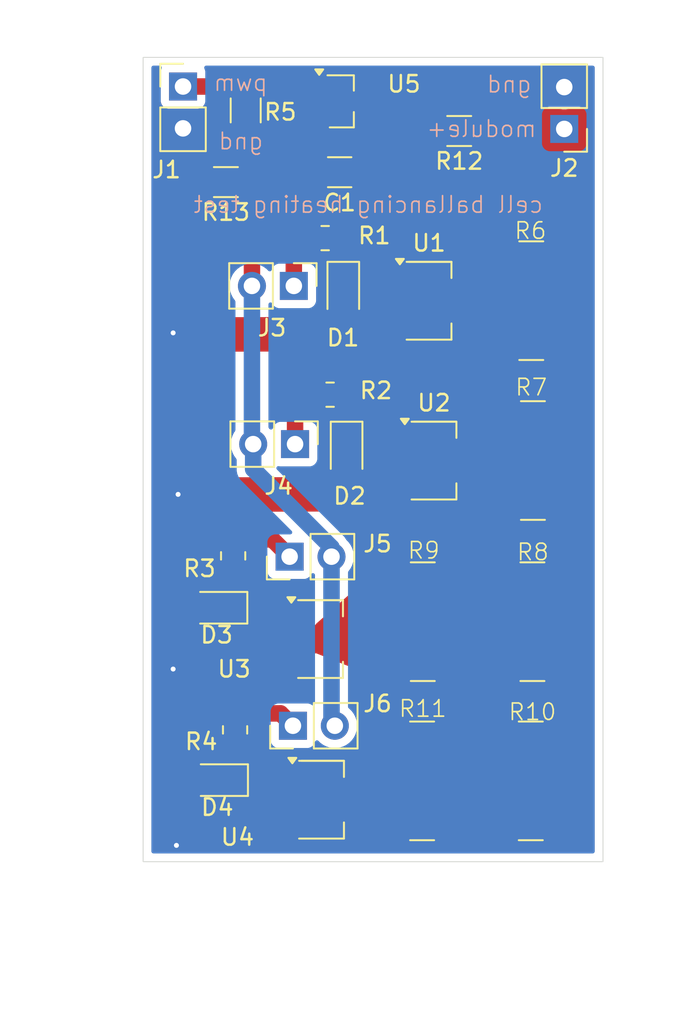
<source format=kicad_pcb>
(kicad_pcb (version 20241229) (generator "pcbnew") (generator_version "9.0")
  (layers (0 "F.Cu" signal) (2 "B.Cu" signal) (13 "F.Paste" user) (15 "B.Paste" user) (5 "F.SilkS" user "F.Silkscreen") (7 "B.SilkS" user "B.Silkscreen") (1 "F.Mask" user) (3 "B.Mask" user) (25 "Edge.Cuts" user))
  (net 0 "")
  (net 1 "GND")
  (net 2 "/PWM")
  (net 3 "/Rb")
  (net 4 "Net-(U5-D)")
  (net 5 "Net-(D1-K)")
  (net 6 "Net-(D2-K)")
  (net 7 "Net-(D3-K)")
  (net 8 "Net-(D4-K)")
  (net 9 "/cell+")
  (net 10 "Net-(J3-Pin_1)")
  (net 11 "Net-(J4-Pin_1)")
  (net 12 "Net-(J5-Pin_1)")
  (net 13 "Net-(J6-Pin_1)")
  (net 14 "Net-(U1-C)")
  (net 15 "Net-(U2-C)")
  (net 16 "Net-(R8-Pad1)")
  (net 17 "Net-(U3-C)")
  (net 18 "Net-(R10-Pad1)")
  (net 19 "Net-(U4-C)")
  (footprint "Resistor_SMD:R_1206_3216Metric_Pad1.30x1.75mm_HandSolder" (layer "F.Cu") (at 99.15 63.05 180)
    (property "Reference" "R12" (at 0 -1.830001 0) (layer "F.SilkS"))
    (property "Value" "100")
    (fp_line (start -0.727064 0.91) (end 0.727064 0.91) (stroke (width 0.12)) (layer "F.SilkS"))
    (fp_line (start -0.727064 -0.91) (end 0.727064 -0.91) (stroke (width 0.12)) (layer "F.SilkS"))
    (pad "1" smd roundrect (at -1.55 0 180) (size 1.3 1.75) (layers "F.Cu" "F.Mask" "F.Paste") (roundrect_rratio 0.192308) (net 9 "/cell+"))
    (pad "2" smd roundrect (at 1.55 0 180) (size 1.3 1.75) (layers "F.Cu" "F.Mask" "F.Paste") (roundrect_rratio 0.192308) (net 4 "Net-(U5-D)"))
  )
  (footprint "Resistor_SMD:R_1206_3216Metric_Pad1.30x1.75mm_HandSolder" (layer "F.Cu") (at 85 66.15 180)
    (property "Reference" "R13" (at 0 -1.830001 0) (layer "F.SilkS"))
    (property "Value" "100")
    (fp_line (start -0.727064 0.91) (end 0.727064 0.91) (stroke (width 0.12)) (layer "F.SilkS"))
    (fp_line (start -0.727064 -0.91) (end 0.727064 -0.91) (stroke (width 0.12)) (layer "F.SilkS"))
    (pad "1" smd roundrect (at -1.55 0 180) (size 1.3 1.75) (layers "F.Cu" "F.Mask" "F.Paste") (roundrect_rratio 0.192308) (net 3 "/Rb"))
    (pad "2" smd roundrect (at 1.55 0 180) (size 1.3 1.75) (layers "F.Cu" "F.Mask" "F.Paste") (roundrect_rratio 0.192308) (net 1 "GND"))
  )
  (footprint "Connector_PinHeader_2.54mm:PinHeader_1x02_P2.54mm_Vertical" (layer "F.Cu") (at 82.4 60.35)
    (property "Reference" "J1" (at -1 5.05 0) (layer "F.SilkS"))
    (property "Value" "pwm")
    (fp_line (start -1.38 -1.38) (end 0 -1.38) (stroke (width 0.12)) (layer "F.SilkS"))
    (fp_line (start -1.38 0) (end -1.38 -1.38) (stroke (width 0.12)) (layer "F.SilkS"))
    (fp_line (start -1.38 1.27) (end -1.38 3.92) (stroke (width 0.12)) (layer "F.SilkS"))
    (fp_line (start -1.38 1.27) (end 1.38 1.27) (stroke (width 0.12)) (layer "F.SilkS"))
    (fp_line (start -1.38 3.92) (end 1.38 3.92) (stroke (width 0.12)) (layer "F.SilkS"))
    (fp_line (start 1.38 1.27) (end 1.38 3.92) (stroke (width 0.12)) (layer "F.SilkS"))
    (pad "1" thru_hole rect (at 0 0) (size 1.7 1.7) (drill 1) (layers "*.Cu" "*.Mask") (net 2 "/PWM"))
    (pad "2" thru_hole circle (at 0 2.54) (size 1.7 1.7) (drill 1) (layers "*.Cu" "*.Mask") (net 1 "GND"))
  )
  (footprint "zzLocalLibraries-Footprints:imperial wide resistor R_ 3264" (layer "F.Cu") (at 103.54 87.025)
    (property "Reference" "R8" (at 0.079999 1.575 0) (layer "F.SilkS") (effects (font (thickness 0.1))))
    (property "Value" "20")
    (fp_line (start -0.677064 2.2) (end 0.777064 2.2) (stroke (width 0.12)) (layer "F.SilkS"))
    (fp_line (start -0.677064 9.4) (end 0.777064 9.4) (stroke (width 0.12)) (layer "F.SilkS"))
    (pad "1" smd roundrect (at -1.2 5.8) (size 1.6 6.8) (layers "F.Cu" "F.Mask" "F.Paste") (roundrect_rratio 0.192308) (net 16 "Net-(R8-Pad1)"))
    (pad "2" smd roundrect (at 1.3 5.8) (size 1.6 6.8) (layers "F.Cu" "F.Mask" "F.Paste") (roundrect_rratio 0.192308) (net 9 "/cell+"))
  )
  (footprint "Resistor_SMD:R_0805_2012Metric_Pad1.20x1.40mm_HandSolder" (layer "F.Cu") (at 85.557499 99.390002 90)
    (property "Reference" "R4" (at -0.709998 -2.057499 180) (layer "F.SilkS"))
    (property "Value" "226")
    (fp_line (start -0.227064 -0.735) (end 0.227064 -0.735) (stroke (width 0.12)) (layer "F.SilkS"))
    (fp_line (start -0.227064 0.735) (end 0.227064 0.735) (stroke (width 0.12)) (layer "F.SilkS"))
    (pad "1" smd roundrect (at -1.000001 0 90) (size 1.2 1.4) (layers "F.Cu" "F.Mask" "F.Paste") (roundrect_rratio 0.208333) (net 8 "Net-(D4-K)"))
    (pad "2" smd roundrect (at 1.000001 0 90) (size 1.2 1.4) (layers "F.Cu" "F.Mask" "F.Paste") (roundrect_rratio 0.208333) (net 13 "Net-(J6-Pin_1)"))
  )
  (footprint "zzLocalLibraries-Footprints:imperial wide resistor R_ 3264" (layer "F.Cu") (at 96.85 96.685)
    (property "Reference" "R11" (at 0.09 1.415 0) (layer "F.SilkS") (effects (font (thickness 0.1))))
    (property "Value" "16")
    (fp_line (start -0.677064 2.2) (end 0.777064 2.2) (stroke (width 0.12)) (layer "F.SilkS"))
    (fp_line (start -0.677064 9.4) (end 0.777064 9.4) (stroke (width 0.12)) (layer "F.SilkS"))
    (pad "1" smd roundrect (at -1.2 5.8) (size 1.6 6.8) (layers "F.Cu" "F.Mask" "F.Paste") (roundrect_rratio 0.192308) (net 19 "Net-(U4-C)"))
    (pad "2" smd roundrect (at 1.3 5.8) (size 1.6 6.8) (layers "F.Cu" "F.Mask" "F.Paste") (roundrect_rratio 0.192308) (net 18 "Net-(R10-Pad1)"))
  )
  (footprint "Resistor_SMD:R_1206_3216Metric_Pad1.30x1.75mm_HandSolder" (layer "F.Cu") (at 86.2 61.8 90)
    (property "Reference" "R5" (at -0.1 2.1 180) (layer "F.SilkS"))
    (property "Value" "4.99k")
    (fp_line (start -0.727064 -0.91) (end 0.727064 -0.91) (stroke (width 0.12)) (layer "F.SilkS"))
    (fp_line (start -0.727064 0.91) (end 0.727064 0.91) (stroke (width 0.12)) (layer "F.SilkS"))
    (pad "1" smd roundrect (at -1.55 0 90) (size 1.3 1.75) (layers "F.Cu" "F.Mask" "F.Paste") (roundrect_rratio 0.192308) (net 1 "GND"))
    (pad "2" smd roundrect (at 1.55 0 90) (size 1.3 1.75) (layers "F.Cu" "F.Mask" "F.Paste") (roundrect_rratio 0.192308) (net 2 "/PWM"))
  )
  (footprint "zzLocalLibraries-Footprints:imperial wide resistor R_ 3264" (layer "F.Cu") (at 103.47 67.545)
    (property "Reference" "R6" (at 0 1.555 0) (layer "F.SilkS") (effects (font (thickness 0.1))))
    (property "Value" "36")
    (fp_line (start -0.677063 2.2) (end 0.777065 2.199999) (stroke (width 0.12)) (layer "F.SilkS"))
    (fp_line (start -0.677063 9.400001) (end 0.777064 9.400001) (stroke (width 0.12)) (layer "F.SilkS"))
    (pad "1" smd roundrect (at -1.2 5.8) (size 1.6 6.8) (layers "F.Cu" "F.Mask" "F.Paste") (roundrect_rratio 0.192308) (net 14 "Net-(U1-C)"))
    (pad "2" smd roundrect (at 1.3 5.8) (size 1.6 6.8) (layers "F.Cu" "F.Mask" "F.Paste") (roundrect_rratio 0.192308) (net 9 "/cell+"))
  )
  (footprint "zzLocalLibraries-Footprints:imperial wide resistor R_ 3264" (layer "F.Cu") (at 103.569999 77.245)
    (property "Reference" "R7" (at -0.05 1.355 0) (layer "F.SilkS") (effects (font (thickness 0.1))))
    (property "Value" "20")
    (fp_line (start -0.677064 2.2) (end 0.777064 2.2) (stroke (width 0.12)) (layer "F.SilkS"))
    (fp_line (start -0.677064 9.4) (end 0.777064 9.4) (stroke (width 0.12)) (layer "F.SilkS"))
    (pad "1" smd roundrect (at -1.2 5.8) (size 1.6 6.8) (layers "F.Cu" "F.Mask" "F.Paste") (roundrect_rratio 0.192308) (net 15 "Net-(U2-C)"))
    (pad "2" smd roundrect (at 1.3 5.8) (size 1.6 6.8) (layers "F.Cu" "F.Mask" "F.Paste") (roundrect_rratio 0.192308) (net 9 "/cell+"))
  )
  (footprint "Capacitor_SMD:C_1206_3216Metric_Pad1.33x1.80mm_HandSolder" (layer "F.Cu") (at 91.9 65.55 180)
    (property "Reference" "C1" (at 0.000003 -1.850001 0) (layer "F.SilkS"))
    (property "Value" "100n")
    (fp_line (start -0.711251 -0.909999) (end 0.711252 -0.91) (stroke (width 0.12)) (layer "F.SilkS"))
    (fp_line (start -0.711252 0.91) (end 0.711251 0.909999) (stroke (width 0.12)) (layer "F.SilkS"))
    (pad "1" smd roundrect (at -1.562501 0 180) (size 1.325 1.8) (layers "F.Cu" "F.Mask" "F.Paste") (roundrect_rratio 0.188679) (net 4 "Net-(U5-D)"))
    (pad "2" smd roundrect (at 1.562501 0 180) (size 1.325 1.8) (layers "F.Cu" "F.Mask" "F.Paste") (roundrect_rratio 0.188679) (net 3 "/Rb"))
  )
  (footprint "Resistor_SMD:R_0805_2012Metric_Pad1.20x1.40mm_HandSolder" (layer "F.Cu") (at 85.44 88.83 90)
    (property "Reference" "R3" (at -0.77 -2.04 180) (layer "F.SilkS"))
    (property "Value" "226")
    (fp_line (start -0.227064 -0.735) (end 0.227064 -0.735) (stroke (width 0.12)) (layer "F.SilkS"))
    (fp_line (start -0.227064 0.735) (end 0.227064 0.735) (stroke (width 0.12)) (layer "F.SilkS"))
    (pad "1" smd roundrect (at -1.000001 0 90) (size 1.2 1.4) (layers "F.Cu" "F.Mask" "F.Paste") (roundrect_rratio 0.208333) (net 7 "Net-(D3-K)"))
    (pad "2" smd roundrect (at 1.000001 0 90) (size 1.2 1.4) (layers "F.Cu" "F.Mask" "F.Paste") (roundrect_rratio 0.208333) (net 12 "Net-(J5-Pin_1)"))
  )
  (footprint "Diode_SMD:D_0805_2012Metric_Pad1.15x1.40mm_HandSolder" (layer "F.Cu") (at 84.477499 102.440002 180)
    (property "Reference" "D4" (at 0 -1.65 0) (layer "F.SilkS"))
    (property "Value" "TS4148")
    (fp_line (start 0.999998 -0.959999) (end -1.860001 -0.959999) (stroke (width 0.12)) (layer "F.SilkS"))
    (fp_line (start -1.860001 -0.959999) (end -1.860002 0.960002) (stroke (width 0.12)) (layer "F.SilkS"))
    (fp_line (start -1.860002 0.960002) (end 1 0.960001) (stroke (width 0.12)) (layer "F.SilkS"))
    (pad "1" smd roundrect (at -1.025001 0 180) (size 1.15 1.4) (layers "F.Cu" "F.Mask" "F.Paste") (roundrect_rratio 0.217391) (net 8 "Net-(D4-K)"))
    (pad "2" smd roundrect (at 1.025001 0 180) (size 1.15 1.4) (layers "F.Cu" "F.Mask" "F.Paste") (roundrect_rratio 0.217391) (net 1 "GND"))
  )
  (footprint "Diode_SMD:D_0805_2012Metric_Pad1.15x1.40mm_HandSolder" (layer "F.Cu") (at 92.119999 72.85 -90)
    (property "Reference" "D1" (at 2.75 0.019999 180) (layer "F.SilkS"))
    (property "Value" "TS4148")
    (fp_line (start -1.860002 0.960002) (end 1 0.960001) (stroke (width 0.12)) (layer "F.SilkS"))
    (fp_line (start 0.999998 -0.959998) (end -1.860002 -0.96) (stroke (width 0.12)) (layer "F.SilkS"))
    (fp_line (start -1.860002 -0.96) (end -1.860002 0.960002) (stroke (width 0.12)) (layer "F.SilkS"))
    (pad "1" smd roundrect (at -1.025001 0 270) (size 1.15 1.4) (layers "F.Cu" "F.Mask" "F.Paste") (roundrect_rratio 0.217391) (net 5 "Net-(D1-K)"))
    (pad "2" smd roundrect (at 1.025001 0 270) (size 1.15 1.4) (layers "F.Cu" "F.Mask" "F.Paste") (roundrect_rratio 0.217391) (net 1 "GND"))
  )
  (footprint "Connector_PinHeader_2.54mm:PinHeader_1x02_P2.54mm_Vertical" (layer "F.Cu") (at 88.865001 88.88 90)
    (property "Reference" "J5" (at 0.78 5.334999 180) (layer "F.SilkS"))
    (property "Value" "~")
    (fp_line (start -1.38 -1.38) (end 0.000001 -1.380001) (stroke (width 0.12)) (layer "F.SilkS"))
    (fp_line (start -1.380001 -0.000001) (end -1.38 -1.38) (stroke (width 0.12)) (layer "F.SilkS"))
    (fp_line (start 1.38 1.27) (end 1.38 3.92) (stroke (width 0.12)) (layer "F.SilkS"))
    (fp_line (start -1.38 1.27) (end 1.38 1.27) (stroke (width 0.12)) (layer "F.SilkS"))
    (fp_line (start -1.38 1.27) (end -1.38 3.919999) (stroke (width 0.12)) (layer "F.SilkS"))
    (fp_line (start -1.38 3.919999) (end 1.38 3.92) (stroke (width 0.12)) (layer "F.SilkS"))
    (pad "1" thru_hole rect (at 0 0 90) (size 1.7 1.7) (drill 1) (layers "*.Cu" "*.Mask") (net 12 "Net-(J5-Pin_1)"))
    (pad "2" thru_hole circle (at 0 2.54 90) (size 1.7 1.7) (drill 1) (layers "*.Cu" "*.Mask") (net 3 "/Rb"))
  )
  (footprint "zzLocalLibraries-Footprints:imperial wide resistor R_ 3264" (layer "F.Cu") (at 103.44 96.685)
    (property "Reference" "R10" (at 0.15 1.615 0) (layer "F.SilkS") (effects (font (thickness 0.1))))
    (property "Value" "16")
    (fp_line (start -0.677064 2.2) (end 0.777064 2.2) (stroke (width 0.12)) (layer "F.SilkS"))
    (fp_line (start -0.677064 9.4) (end 0.777064 9.4) (stroke (width 0.12)) (layer "F.SilkS"))
    (pad "1" smd roundrect (at -1.2 5.8) (size 1.6 6.8) (layers "F.Cu" "F.Mask" "F.Paste") (roundrect_rratio 0.192308) (net 18 "Net-(R10-Pad1)"))
    (pad "2" smd roundrect (at 1.3 5.8) (size 1.6 6.8) (layers "F.Cu" "F.Mask" "F.Paste") (roundrect_rratio 0.192308) (net 9 "/cell+"))
  )
  (footprint "Package_TO_SOT_SMD:SOT-89-3_Handsoldering" (layer "F.Cu") (at 97.619999 83.05)
    (property "Reference" "U2" (at 0 -3.5 0) (layer "F.SilkS"))
    (property "Value" "2PD2150-QX")
    (fp_line (start -1.36 -2.36) (end 1.36 -2.36) (stroke (width 0.12)) (layer "F.SilkS"))
    (fp_line (start -1.22 -2.36) (end 1.36 -2.36) (stroke (width 0.12)) (layer "F.SilkS"))
    (fp_line (start 1.36 -1.38) (end 1.36 -2.36) (stroke (width 0.12)) (layer "F.SilkS"))
    (fp_line (start 1.36 1.38) (end 1.36 2.36) (stroke (width 0.12)) (layer "F.SilkS"))
    (fp_line (start 1.36 2.36) (end -1.36 2.36) (stroke (width 0.12)) (layer "F.SilkS"))
    (fp_poly (pts (xy -1.77 -2.21) (xy -2.01 -2.54) (xy -1.53 -2.54) (xy -1.77 -2.21)) (stroke (width 0.12)) (fill yes) (layer "F.SilkS"))
    (pad "1" smd roundrect (at -2.45 -1.5) (size 2.3 0.9) (layers "F.Cu" "F.Mask" "F.Paste") (net 6 "Net-(D2-K)"))
    (pad "2" smd custom (at -2.3625 0) (size 2.475 0.9) (layers "F.Cu" "F.Mask" "F.Paste") (net 15 "Net-(U2-C)") (options (clearance outline) (anchor rect)) (primitives (gr_poly (pts (xy 5.3625 0.8665) (xy 1.2375 0.8665) (xy 1.2375 -0.8665) (xy 5.3625 -0.8665)) (width 0) (fill yes))))
    (pad "3" smd roundrect (at -2.45 1.5) (size 2.3 0.9) (layers "F.Cu" "F.Mask" "F.Paste") (net 1 "GND"))
  )
  (footprint "Diode_SMD:D_0805_2012Metric_Pad1.15x1.40mm_HandSolder" (layer "F.Cu") (at 84.44 91.98 180)
    (property "Reference" "D3" (at 0 -1.65 0) (layer "F.SilkS"))
    (property "Value" "TS4148")
    (fp_line (start 0.999998 -0.959999) (end -1.860001 -0.959999) (stroke (width 0.12)) (layer "F.SilkS"))
    (fp_line (start -1.860001 -0.959999) (end -1.860002 0.960002) (stroke (width 0.12)) (layer "F.SilkS"))
    (fp_line (start -1.860002 0.960002) (end 1 0.960001) (stroke (width 0.12)) (layer "F.SilkS"))
    (pad "1" smd roundrect (at -1.025001 0 180) (size 1.15 1.4) (layers "F.Cu" "F.Mask" "F.Paste") (roundrect_rratio 0.217391) (net 7 "Net-(D3-K)"))
    (pad "2" smd roundrect (at 1.025001 0 180) (size 1.15 1.4) (layers "F.Cu" "F.Mask" "F.Paste") (roundrect_rratio 0.217391) (net 1 "GND"))
  )
  (footprint "Connector_PinHeader_2.54mm:PinHeader_1x02_P2.54mm_Vertical" (layer "F.Cu") (at 105.52 62.925 180)
    (property "Reference" "J2" (at 0 -2.38 0) (layer "F.SilkS"))
    (property "Value" "cell")
    (fp_line (start 1.38 1.27) (end 1.38 3.92) (stroke (width 0.12)) (layer "F.SilkS"))
    (fp_line (start -1.379999 3.919999) (end 1.38 3.92) (stroke (width 0.12)) (layer "F.SilkS"))
    (fp_line (start -1.38 1.27) (end 1.38 1.27) (stroke (width 0.12)) (layer "F.SilkS"))
    (fp_line (start -1.38 1.27) (end -1.379999 3.919999) (stroke (width 0.12)) (layer "F.SilkS"))
    (fp_line (start -1.38 -1.38) (end -0.000001 -1.380002) (stroke (width 0.12)) (layer "F.SilkS"))
    (fp_line (start -1.380002 0.000001) (end -1.38 -1.38) (stroke (width 0.12)) (layer "F.SilkS"))
    (pad "1" thru_hole rect (at 0 0 180) (size 1.7 1.7) (drill 1) (layers "*.Cu" "*.Mask") (net 9 "/cell+"))
    (pad "2" thru_hole circle (at 0 2.54 180) (size 1.7 1.7) (drill 1) (layers "*.Cu" "*.Mask") (net 1 "GND"))
  )
  (footprint "Package_TO_SOT_SMD:SOT-89-3_Handsoldering" (layer "F.Cu") (at 97.319999 73.35)
    (property "Reference" "U1" (at -0.000002 -3.499999 0) (layer "F.SilkS"))
    (property "Value" "2PD2150-QX")
    (fp_line (start -1.36 -2.36) (end 1.36 -2.36) (stroke (width 0.12)) (layer "F.SilkS"))
    (fp_line (start -1.22 -2.36) (end 1.36 -2.36) (stroke (width 0.12)) (layer "F.SilkS"))
    (fp_line (start 1.36 -1.38) (end 1.36 -2.36) (stroke (width 0.12)) (layer "F.SilkS"))
    (fp_line (start 1.36 1.38) (end 1.36 2.36) (stroke (width 0.12)) (layer "F.SilkS"))
    (fp_line (start 1.36 2.36) (end -1.36 2.36) (stroke (width 0.12)) (layer "F.SilkS"))
    (fp_poly (pts (xy -1.769999 -2.21) (xy -2.010001 -2.540001) (xy -1.530002 -2.540002) (xy -1.769999 -2.21)) (stroke (width 0.12)) (fill yes) (layer "F.SilkS"))
    (pad "1" smd roundrect (at -2.449999 -1.500001) (size 2.3 0.9) (layers "F.Cu" "F.Mask" "F.Paste") (net 5 "Net-(D1-K)"))
    (pad "2" smd custom (at -2.362498 0) (size 2.475 0.9) (layers "F.Cu" "F.Mask" "F.Paste") (net 14 "Net-(U1-C)") (options (clearance outline) (anchor rect)) (primitives (gr_poly (pts (xy 5.3625 0.8665) (xy 1.2375 0.8665) (xy 1.2375 -0.8665) (xy 5.3625 -0.8665)) (width 0) (fill yes))))
    (pad "3" smd roundrect (at -2.449998 1.499999) (size 2.3 0.9) (layers "F.Cu" "F.Mask" "F.Paste") (net 1 "GND"))
  )
  (footprint "Package_TO_SOT_SMD:SOT-89-3_Handsoldering" (layer "F.Cu") (at 90.74 93.88)
    (property "Reference" "U3" (at -5.24 1.82 0) (layer "F.SilkS"))
    (property "Value" "2PD2150-QX")
    (fp_line (start -1.36 -2.36) (end 1.36 -2.36) (stroke (width 0.12)) (layer "F.SilkS"))
    (fp_line (start -1.22 -2.36) (end 1.36 -2.36) (stroke (width 0.12)) (layer "F.SilkS"))
    (fp_line (start 1.36 -1.38) (end 1.36 -2.36) (stroke (width 0.12)) (layer "F.SilkS"))
    (fp_line (start 1.36 1.38) (end 1.36 2.36) (stroke (width 0.12)) (layer "F.SilkS"))
    (fp_line (start 1.36 2.36) (end -1.36 2.36) (stroke (width 0.12)) (layer "F.SilkS"))
    (fp_poly (pts (xy -1.769999 -2.21) (xy -2.010001 -2.540001) (xy -1.530002 -2.540002) (xy -1.769999 -2.21)) (stroke (width 0.12)) (fill yes) (layer "F.SilkS"))
    (pad "1" smd roundrect (at -2.449999 -1.500001) (size 2.3 0.9) (layers "F.Cu" "F.Mask" "F.Paste") (net 7 "Net-(D3-K)"))
    (pad "2" smd custom (at -2.362498 0) (size 2.475 0.9) (layers "F.Cu" "F.Mask" "F.Paste") (net 17 "Net-(U3-C)") (options (clearance outline) (anchor rect)) (primitives (gr_poly (pts (xy 5.3625 0.8665) (xy 1.2375 0.8665) (xy 1.2375 -0.8665) (xy 5.3625 -0.8665)) (width 0) (fill yes))))
    (pad "3" smd roundrect (at -2.449998 1.499999) (size 2.3 0.9) (layers "F.Cu" "F.Mask" "F.Paste") (net 1 "GND"))
  )
  (footprint "zzLocalLibraries-Footprints:imperial wide resistor R_ 3264" (layer "F.Cu") (at 96.890001 87.025)
    (property "Reference" "R9" (at 0.109999 1.475 0) (layer "F.SilkS") (effects (font (thickness 0.1))))
    (property "Value" "20")
    (fp_line (start -0.677063 2.2) (end 0.777065 2.199999) (stroke (width 0.12)) (layer "F.SilkS"))
    (fp_line (start -0.677063 9.400001) (end 0.777064 9.400001) (stroke (width 0.12)) (layer "F.SilkS"))
    (pad "1" smd roundrect (at -1.2 5.8) (size 1.6 6.8) (layers "F.Cu" "F.Mask" "F.Paste") (roundrect_rratio 0.192308) (net 17 "Net-(U3-C)"))
    (pad "2" smd roundrect (at 1.3 5.8) (size 1.6 6.8) (layers "F.Cu" "F.Mask" "F.Paste") (roundrect_rratio 0.192308) (net 16 "Net-(R8-Pad1)"))
  )
  (footprint "Resistor_SMD:R_0805_2012Metric_Pad1.20x1.40mm_HandSolder" (layer "F.Cu") (at 91.319999 79.05 180)
    (property "Reference" "R2" (at -2.780001 0.25 0) (layer "F.SilkS"))
    (property "Value" "226")
    (fp_line (start -0.227064 0.735) (end 0.227064 0.735) (stroke (width 0.12)) (layer "F.SilkS"))
    (fp_line (start -0.227064 -0.735) (end 0.227064 -0.735) (stroke (width 0.12)) (layer "F.SilkS"))
    (pad "1" smd roundrect (at -1.000001 0 180) (size 1.2 1.4) (layers "F.Cu" "F.Mask" "F.Paste") (roundrect_rratio 0.208333) (net 6 "Net-(D2-K)"))
    (pad "2" smd roundrect (at 1.000001 0 180) (size 1.2 1.4) (layers "F.Cu" "F.Mask" "F.Paste") (roundrect_rratio 0.208333) (net 11 "Net-(J4-Pin_1)"))
  )
  (footprint "Connector_PinHeader_2.54mm:PinHeader_1x02_P2.54mm_Vertical" (layer "F.Cu") (at 89.065 99.140001 90)
    (property "Reference" "J6" (at 1.340001 5.135 180) (layer "F.SilkS"))
    (property "Value" "~")
    (fp_line (start -1.38 -1.38) (end 0.000001 -1.380001) (stroke (width 0.12)) (layer "F.SilkS"))
    (fp_line (start -1.380001 -0.000001) (end -1.38 -1.38) (stroke (width 0.12)) (layer "F.SilkS"))
    (fp_line (start 1.38 1.27) (end 1.38 3.92) (stroke (width 0.12)) (layer "F.SilkS"))
    (fp_line (start -1.38 1.27) (end 1.38 1.27) (stroke (width 0.12)) (layer "F.SilkS"))
    (fp_line (start -1.38 1.27) (end -1.38 3.919999) (stroke (width 0.12)) (layer "F.SilkS"))
    (fp_line (start -1.38 3.919999) (end 1.38 3.92) (stroke (width 0.12)) (layer "F.SilkS"))
    (pad "1" thru_hole rect (at 0 0 90) (size 1.7 1.7) (drill 1) (layers "*.Cu" "*.Mask") (net 13 "Net-(J6-Pin_1)"))
    (pad "2" thru_hole circle (at 0 2.54 90) (size 1.7 1.7) (drill 1) (layers "*.Cu" "*.Mask") (net 3 "/Rb"))
  )
  (footprint "Package_TO_SOT_SMD:SOT-89-3_Handsoldering" (layer "F.Cu") (at 90.799999 103.627501)
    (property "Reference" "U4" (at -5.099999 2.272499 0) (layer "F.SilkS"))
    (property "Value" "2PD2150-QX")
    (fp_line (start -1.36 -2.36) (end 1.36 -2.36) (stroke (width 0.12)) (layer "F.SilkS"))
    (fp_line (start -1.22 -2.36) (end 1.36 -2.36) (stroke (width 0.12)) (layer "F.SilkS"))
    (fp_line (start 1.36 -1.38) (end 1.36 -2.36) (stroke (width 0.12)) (layer "F.SilkS"))
    (fp_line (start 1.36 1.38) (end 1.36 2.36) (stroke (width 0.12)) (layer "F.SilkS"))
    (fp_line (start 1.36 2.36) (end -1.36 2.36) (stroke (width 0.12)) (layer "F.SilkS"))
    (fp_poly (pts (xy -1.77 -2.21) (xy -2.01 -2.54) (xy -1.53 -2.54) (xy -1.77 -2.21)) (stroke (width 0.12)) (fill yes) (layer "F.SilkS"))
    (pad "1" smd roundrect (at -2.45 -1.5) (size 2.3 0.9) (layers "F.Cu" "F.Mask" "F.Paste") (net 8 "Net-(D4-K)"))
    (pad "2" smd custom (at -2.3625 0) (size 2.475 0.9) (layers "F.Cu" "F.Mask" "F.Paste") (net 19 "Net-(U4-C)") (options (clearance outline) (anchor rect)) (primitives (gr_poly (pts (xy 5.3625 0.8665) (xy 1.2375 0.8665) (xy 1.2375 -0.8665) (xy 5.3625 -0.8665)) (width 0) (fill yes))))
    (pad "3" smd roundrect (at -2.45 1.5) (size 2.3 0.9) (layers "F.Cu" "F.Mask" "F.Paste") (net 1 "GND"))
  )
  (footprint "Connector_PinHeader_2.54mm:PinHeader_1x02_P2.54mm_Vertical" (layer "F.Cu") (at 89.119999 72.45 -90)
    (property "Reference" "J3" (at 2.55 1.319999 180) (layer "F.SilkS"))
    (property "Value" "~")
    (fp_line (start -1.379999 3.92) (end 1.38 3.92) (stroke (width 0.12)) (layer "F.SilkS"))
    (fp_line (start -1.38 1.27) (end -1.379999 3.92) (stroke (width 0.12)) (layer "F.SilkS"))
    (fp_line (start -1.38 1.27) (end 1.38 1.27) (stroke (width 0.12)) (layer "F.SilkS"))
    (fp_line (start 1.38 1.27) (end 1.38 3.92) (stroke (width 0.12)) (layer "F.SilkS"))
    (fp_line (start -1.380002 0.000001) (end -1.38 -1.38) (stroke (width 0.12)) (layer "F.SilkS"))
    (fp_line (start -1.38 -1.38) (end -0.000001 -1.380002) (stroke (width 0.12)) (layer "F.SilkS"))
    (pad "1" thru_hole rect (at 0 0 270) (size 1.7 1.7) (drill 1) (layers "*.Cu" "*.Mask") (net 10 "Net-(J3-Pin_1)"))
    (pad "2" thru_hole circle (at 0 2.54 270) (size 1.7 1.7) (drill 1) (layers "*.Cu" "*.Mask") (net 3 "/Rb"))
  )
  (footprint "Package_TO_SOT_SMD:SOT-23_Handsoldering" (layer "F.Cu") (at 92 61.25)
    (property "Reference" "U5" (at 3.8 -1.05 0) (layer "F.SilkS"))
    (property "Value" "DMN62D0U")
    (fp_line (start -0.04 -1.58) (end -0.84 -1.58) (stroke (width 0.12)) (layer "F.SilkS"))
    (fp_line (start -0.04 -1.58) (end 0.760001 -1.579999) (stroke (width 0.12)) (layer "F.SilkS"))
    (fp_line (start 0.76 1.58) (end -0.7 1.58) (stroke (width 0.12)) (layer "F.SilkS"))
    (fp_line (start 0.76 1.58) (end 0.760002 0.650001) (stroke (width 0.12)) (layer "F.SilkS"))
    (fp_line (start 0.760001 -1.579999) (end 0.759999 -0.649998) (stroke (width 0.12)) (layer "F.SilkS"))
    (fp_poly (pts (xy -1.34 -1.61) (xy -1.58 -1.94) (xy -1.099998 -1.940001) (xy -1.34 -1.61)) (stroke (width 0.12)) (fill yes) (layer "F.SilkS"))
    (pad "1" smd roundrect (at -1.5 -0.95) (size 1.9 0.8) (layers "F.Cu" "F.Mask" "F.Paste") (net 2 "/PWM"))
    (pad "2" smd roundrect (at -1.5 0.949998) (size 1.9 0.8) (layers "F.Cu" "F.Mask" "F.Paste") (net 3 "/Rb"))
    (pad "3" smd roundrect (at 1.5 0) (size 1.9 0.8) (layers "F.Cu" "F.Mask" "F.Paste") (net 4 "Net-(U5-D)"))
  )
  (footprint "Resistor_SMD:R_0805_2012Metric_Pad1.20x1.40mm_HandSolder" (layer "F.Cu") (at 91.019999 69.55 180)
    (property "Reference" "R1" (at -2.980001 0.15 0) (layer "F.SilkS"))
    (property "Value" "226")
    (fp_line (start -0.227064 0.735) (end 0.227064 0.735) (stroke (width 0.12)) (layer "F.SilkS"))
    (fp_line (start -0.227064 -0.735) (end 0.227064 -0.735) (stroke (width 0.12)) (layer "F.SilkS"))
    (pad "1" smd roundrect (at -1.000001 0 180) (size 1.2 1.4) (layers "F.Cu" "F.Mask" "F.Paste") (roundrect_rratio 0.208333) (net 5 "Net-(D1-K)"))
    (pad "2" smd roundrect (at 1.000001 0 180) (size 1.2 1.4) (layers "F.Cu" "F.Mask" "F.Paste") (roundrect_rratio 0.208333) (net 10 "Net-(J3-Pin_1)"))
  )
  (footprint "Connector_PinHeader_2.54mm:PinHeader_1x02_P2.54mm_Vertical" (layer "F.Cu") (at 89.194999 82.05 -90)
    (property "Reference" "J4" (at 2.55 0.994999 180) (layer "F.SilkS"))
    (property "Value" "~")
    (fp_line (start -1.379999 3.92) (end 1.38 3.92) (stroke (width 0.12)) (layer "F.SilkS"))
    (fp_line (start -1.38 1.27) (end -1.379999 3.92) (stroke (width 0.12)) (layer "F.SilkS"))
    (fp_line (start -1.38 1.27) (end 1.38 1.27) (stroke (width 0.12)) (layer "F.SilkS"))
    (fp_line (start 1.38 1.27) (end 1.38 3.92) (stroke (width 0.12)) (layer "F.SilkS"))
    (fp_line (start -1.380002 0.000001) (end -1.38 -1.38) (stroke (width 0.12)) (layer "F.SilkS"))
    (fp_line (start -1.38 -1.38) (end -0.000001 -1.380002) (stroke (width 0.12)) (layer "F.SilkS"))
    (pad "1" thru_hole rect (at 0 0 270) (size 1.7 1.7) (drill 1) (layers "*.Cu" "*.Mask") (net 11 "Net-(J4-Pin_1)"))
    (pad "2" thru_hole circle (at 0 2.54 270) (size 1.7 1.7) (drill 1) (layers "*.Cu" "*.Mask") (net 3 "/Rb"))
  )
  (footprint "Diode_SMD:D_0805_2012Metric_Pad1.15x1.40mm_HandSolder" (layer "F.Cu") (at 92.319999 82.55 -90)
    (property "Reference" "D2" (at 2.65 -0.180001 180) (layer "F.SilkS"))
    (property "Value" "TS4148")
    (fp_line (start -1.860002 0.960002) (end 1 0.960001) (stroke (width 0.12)) (layer "F.SilkS"))
    (fp_line (start 0.999998 -0.959998) (end -1.860002 -0.96) (stroke (width 0.12)) (layer "F.SilkS"))
    (fp_line (start -1.860002 -0.96) (end -1.860002 0.960002) (stroke (width 0.12)) (layer "F.SilkS"))
    (pad "1" smd roundrect (at -1.025001 0 270) (size 1.15 1.4) (layers "F.Cu" "F.Mask" "F.Paste") (roundrect_rratio 0.217391) (net 6 "Net-(D2-K)"))
    (pad "2" smd roundrect (at 1.025001 0 270) (size 1.15 1.4) (layers "F.Cu" "F.Mask" "F.Paste") (roundrect_rratio 0.217391) (net 1 "GND"))
  )
  (gr_rect (start 79.98 58.58) (end 107.87 107.39) (stroke (width 0.05)) (fill no) (layer "Edge.Cuts"))
  (gr_text "gnd" (at 103.6 60.8 0) (layer "B.SilkS") (effects (font (size 1 1) (thickness 0.1)) (justify left bottom mirror)))
  (gr_text "gnd" (at 87.33 64.25 0) (layer "B.SilkS") (effects (font (size 1 1) (thickness 0.1)) (justify left bottom mirror)))
  (gr_text "pwm" (at 87.6 60.7 0) (layer "B.SilkS") (effects (font (size 1 1) (thickness 0.1)) (justify left bottom mirror)))
  (gr_text "module+" (at 103.9 63.5 0) (layer "B.SilkS") (effects (font (size 1 1) (thickness 0.1)) (justify left bottom mirror)))
  (gr_text "cell ballancing heating test" (at 104.3 68.1 0) (layer "B.SilkS") (effects (font (size 1 1) (thickness 0.1)) (justify left bottom mirror)))
  (segment (start 92.519999 84.55) (end 95.169999 84.55) (width 1) (layer "F.Cu") (net 1))
  (segment (start 93.22 74.849999) (end 94.870001 74.849999) (width 1) (layer "F.Cu") (net 1))
  (segment (start 92.919999 75.15) (end 93.22 74.849999) (width 1) (layer "F.Cu") (net 1))
  (segment (start 92.119999 75.15) (end 92.919999 75.15) (width 1) (layer "F.Cu") (net 1))
  (segment (start 92.119999 73.875001) (end 92.119999 75.15) (width 1) (layer "F.Cu") (net 1))
  (segment (start 92.319999 83.575001) (end 92.319999 84.35) (width 1) (layer "F.Cu") (net 1))
  (segment (start 92.319999 84.35) (end 92.519999 84.55) (width 1) (layer "F.Cu") (net 1))
  (via (at 81.8 95.7) (size 0.6) (drill 0.3) (layers "F.Cu" "B.Cu") (net 1))
  (via (at 82.1 85.1) (size 0.6) (drill 0.3) (layers "F.Cu" "B.Cu") (net 1))
  (via (at 81.8 75.3) (size 0.6) (drill 0.3) (layers "F.Cu" "B.Cu") (net 1))
  (via (at 82 106.4) (size 0.6) (drill 0.3) (layers "F.Cu" "B.Cu") (net 1))
  (segment (start 86.1 60.35) (end 86.2 60.25) (width 1) (layer "F.Cu") (net 2))
  (segment (start 90.45 60.25) (end 90.5 60.3) (width 1) (layer "F.Cu") (net 2))
  (segment (start 82.4 60.35) (end 86.1 60.35) (width 1) (layer "F.Cu") (net 2))
  (segment (start 86.2 60.25) (end 90.45 60.25) (width 1) (layer "F.Cu") (net 2))
  (segment (start 90.337499 65.55) (end 90.337499 62.362499) (width 1) (layer "F.Cu") (net 3))
  (segment (start 86.55 66.15) (end 87.15 65.55) (width 1) (layer "F.Cu") (net 3))
  (segment (start 86.579999 66.179999) (end 86.55 66.15) (width 1) (layer "F.Cu") (net 3))
  (segment (start 87.15 65.55) (end 90.337499 65.55) (width 1) (layer "F.Cu") (net 3))
  (segment (start 90.337499 62.362499) (end 90.5 62.199998) (width 1) (layer "F.Cu") (net 3))
  (segment (start 86.579999 72.45) (end 86.579999 66.179999) (width 1) (layer "F.Cu") (net 3))
  (segment (start 86.579999 72.45) (end 86.579999 81.975) (width 1) (layer "B.Cu") (net 3))
  (segment (start 91.405001 88.88) (end 91.405001 98.940002) (width 1) (layer "B.Cu") (net 3))
  (segment (start 86.654999 82.05) (end 86.654999 83.567998) (width 1) (layer "B.Cu") (net 3))
  (segment (start 91.405001 88.318) (end 91.405001 88.88) (width 1) (layer "B.Cu") (net 3))
  (segment (start 86.654999 83.567998) (end 91.405001 88.318) (width 1) (layer "B.Cu") (net 3))
  (segment (start 91.405001 98.940002) (end 91.605 99.140001) (width 1) (layer "B.Cu") (net 3))
  (segment (start 86.579999 81.975) (end 86.654999 82.05) (width 1) (layer "B.Cu") (net 3))
  (segment (start 93.5 61.25) (end 93.5 63.05) (width 1) (layer "F.Cu") (net 4))
  (segment (start 93.5 61.25) (end 93.5 65.512501) (width 1) (layer "F.Cu") (net 4))
  (segment (start 93.5 65.512501) (end 93.462501 65.55) (width 1) (layer "F.Cu") (net 4))
  (segment (start 93.5 63.05) (end 97.6 63.05) (width 1) (layer "F.Cu") (net 4))
  (segment (start 92.02 69.55) (end 92.02 71.725) (width 1) (layer "F.Cu") (net 5))
  (segment (start 92.02 71.725) (end 92.119999 71.824999) (width 1) (layer "F.Cu") (net 5))
  (segment (start 94.845 71.824999) (end 94.87 71.849999) (width 1) (layer "F.Cu") (net 5))
  (segment (start 92.119999 71.824999) (end 94.845 71.824999) (width 1) (layer "F.Cu") (net 5))
  (segment (start 95.144998 81.524999) (end 95.169999 81.55) (width 1) (layer "F.Cu") (net 6))
  (segment (start 92.319999 81.524999) (end 95.144998 81.524999) (width 1) (layer "F.Cu") (net 6))
  (segment (start 92.32 79.05) (end 92.319999 81.524999) (width 1) (layer "F.Cu") (net 6))
  (segment (start 87.890002 91.98) (end 88.290001 92.379999) (width 1) (layer "F.Cu") (net 7))
  (segment (start 85.465001 91.98) (end 85.465001 89.855002) (width 1) (layer "F.Cu") (net 7))
  (segment (start 85.465001 89.855002) (end 85.44 89.830001) (width 1) (layer "F.Cu") (net 7))
  (segment (start 85.465001 91.98) (end 87.890002 91.98) (width 1) (layer "F.Cu") (net 7))
  (segment (start 85.5025 100.445002) (end 85.557499 100.390003) (width 1) (layer "F.Cu") (net 8))
  (segment (start 85.815001 102.127501) (end 85.5025 102.440002) (width 1) (layer "F.Cu") (net 8))
  (segment (start 88.349999 102.127501) (end 85.815001 102.127501) (width 1) (layer "F.Cu") (net 8))
  (segment (start 85.5025 102.440002) (end 85.5025 100.445002) (width 1) (layer "F.Cu") (net 8))
  (segment (start 105.395 63.05) (end 105.52 62.925) (width 1) (layer "F.Cu") (net 9))
  (segment (start 100.7 63.05) (end 105.395 63.05) (width 1) (layer "F.Cu") (net 9))
  (segment (start 89.119999 70.449999) (end 90.019998 69.55) (width 1) (layer "F.Cu") (net 10))
  (segment (start 89.119999 72.45) (end 89.119999 70.449999) (width 1) (layer "F.Cu") (net 10))
  (segment (start 89.194999 82.05) (end 89.194999 80.174999) (width 1) (layer "F.Cu") (net 11))
  (segment (start 89.194999 80.174999) (end 90.319998 79.05) (width 1) (layer "F.Cu") (net 11))
  (segment (start 85.44 87.829999) (end 87.815 87.829999) (width 1) (layer "F.Cu") (net 12))
  (segment (start 87.815 87.829999) (end 88.865001 88.88) (width 1) (layer "F.Cu") (net 12))
  (segment (start 88.315 98.390001) (end 89.065 99.140001) (width 1) (layer "F.Cu") (net 13))
  (segment (start 85.557499 98.390001) (end 88.315 98.390001) (width 1) (layer "F.Cu") (net 13))
  (zone (net 1) (net_name "GND") (layer "F.Cu") (connect_pads yes (clearance 0.5)) (min_thickness 0.25) (fill yes (thermal_gap 0.5) (thermal_bridge_width 0.5))
    (polygon (pts (xy 84.2 61.145) (xy 84.2 109.945) (xy 80.615969 109.945) (xy 80.66 61.145)))
  )
  (zone (net 1) (net_name "GND") (layer "F.Cu") (connect_pads yes (clearance 0.5)) (min_thickness 0.25) (fill yes (thermal_gap 0.5) (thermal_bridge_width 0.5))
    (polygon (pts (xy 89.734978 94.703896) (xy 89.734978 96.782487) (xy 81.384978 96.804232) (xy 81.384978 94.714281)))
  )
  (zone (net 1) (net_name "GND") (layer "F.Cu") (connect_pads yes (clearance 0.5)) (min_thickness 0.25) (fill yes (thermal_gap 0.5) (thermal_bridge_width 0.5))
    (polygon (pts (xy 96.418218 84.048237) (xy 96.418218 86.126828) (xy 82.018218 86.164328) (xy 82.018218 84.066148)))
  )
  (zone (net 14) (net_name "Net-(U1-C)") (layer "F.Cu") (priority 1) (connect_pads yes (clearance 0.5)) (min_thickness 0.25) (fill yes (thermal_gap 0.5) (thermal_bridge_width 0.5))
    (polygon (pts (xy 101.519999 69.95) (xy 96.919999 72.55) (xy 96.919999 74.15) (xy 101.519999 76.75) (xy 102.519999 76.75) (xy 102.519999 69.95)))
  )
  (zone (net 1) (net_name "GND") (layer "F.Cu") (connect_pads yes (clearance 0.5)) (min_thickness 0.25) (fill yes (thermal_gap 0.5) (thermal_bridge_width 0.5))
    (polygon (pts (xy 87.719976 62.162242) (xy 87.719976 64.240833) (xy 80.869976 64.258671) (xy 80.869976 62.170763)))
  )
  (zone (net 1) (net_name "GND") (layer "F.Cu") (connect_pads yes (clearance 0.5)) (min_thickness 0.25) (fill yes (thermal_gap 0.5) (thermal_bridge_width 0.5))
    (polygon (pts (xy 96.119999 74.332089) (xy 96.119999 76.41068) (xy 81.719999 76.44818) (xy 81.719999 74.35)))
  )
  (zone (net 9) (net_name "/cell+") (layer "F.Cu") (connect_pads yes (clearance 0.5)) (min_thickness 0.25) (fill yes (thermal_gap 0.5) (thermal_bridge_width 0.5))
    (polygon (pts (xy 107.29 61.65) (xy 107.29 110) (xy 103.706375 110) (xy 103.75 61.65)))
  )
  (zone (net 19) (net_name "Net-(U4-C)") (layer "F.Cu") (priority 6) (connect_pads yes (clearance 0.5)) (min_thickness 0.25) (fill yes (thermal_gap 0.5) (thermal_bridge_width 0.5))
    (polygon (pts (xy 96.36 106.08) (xy 94.65 106.085) (xy 90.499999 104.49) (xy 90.499999 102.77) (xy 94.65 98.885) (xy 96.33 98.885)))
  )
  (zone (net 18) (net_name "Net-(R10-Pad1)") (layer "F.Cu") (priority 5) (connect_pads yes (clearance 0.5)) (min_thickness 0.25) (fill yes (thermal_gap 0.5) (thermal_bridge_width 0.5))
    (polygon (pts (xy 97.4 98.89) (xy 97.43 106.09) (xy 103.04 106.05) (xy 103.15 98.89)))
  )
  (zone (net 17) (net_name "Net-(U3-C)") (layer "F.Cu") (priority 4) (connect_pads yes (clearance 0.5)) (min_thickness 0.25) (fill yes (thermal_gap 0.5) (thermal_bridge_width 0.5))
    (polygon (pts (xy 96.54 96.424999) (xy 94.69 96.424999) (xy 90.44 94.73) (xy 90.44 92.98) (xy 94.690003 89.225) (xy 96.54 89.225)))
  )
  (zone (net 16) (net_name "Net-(R8-Pad1)") (layer "F.Cu") (priority 3) (connect_pads yes (clearance 0.5)) (min_thickness 0.25) (fill yes (thermal_gap 0.5) (thermal_bridge_width 0.5))
    (polygon (pts (xy 97.39 89.225) (xy 97.39 96.38) (xy 103.09 96.43) (xy 103.09 89.23)))
  )
  (zone (net 1) (net_name "GND") (layer "F.Cu") (connect_pads yes (clearance 0.5)) (min_thickness 0.25) (fill yes (thermal_gap 0.5) (thermal_bridge_width 0.5))
    (polygon (pts (xy 89.83252 104.310126) (xy 89.83252 106.388717) (xy 81.48252 106.410462) (xy 81.48252 104.320511)))
  )
  (zone (net 15) (net_name "Net-(U2-C)") (layer "F.Cu") (priority 2) (connect_pads yes (clearance 0.5)) (min_thickness 0.25) (fill yes (thermal_gap 0.5) (thermal_bridge_width 0.5))
    (polygon (pts (xy 97.119999 82.25) (xy 97.119999 83.85) (xy 101.369999 86.645) (xy 102.419999 86.645) (xy 102.419999 79.445) (xy 101.369999 79.445)))
  )
  (zone (net 1) (net_name "GND") (layer "B.Cu") (priority 7) (connect_pads yes (clearance 0.5)) (min_thickness 0.25) (fill yes (thermal_gap 0.5) (thermal_bridge_width 0.5))
    (polygon (pts (xy 75.4 55.5) (xy 113.7 55.1) (xy 112.6 116.8) (xy 71.3 117.2)))
  )
)
</source>
